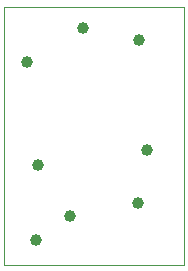
<source format=gbl>
G75*
%MOIN*%
%OFA0B0*%
%FSLAX24Y24*%
%IPPOS*%
%LPD*%
%AMOC8*
5,1,8,0,0,1.08239X$1,22.5*
%
%ADD10C,0.0000*%
%ADD11C,0.0397*%
D10*
X002767Y002767D02*
X002767Y011367D01*
X008740Y011367D01*
X008740Y002767D01*
X002767Y002767D01*
D11*
X003829Y003579D03*
X004954Y004392D03*
X007204Y004829D03*
X003892Y006079D03*
X007517Y006579D03*
X003517Y009517D03*
X007267Y010267D03*
X005392Y010642D03*
M02*

</source>
